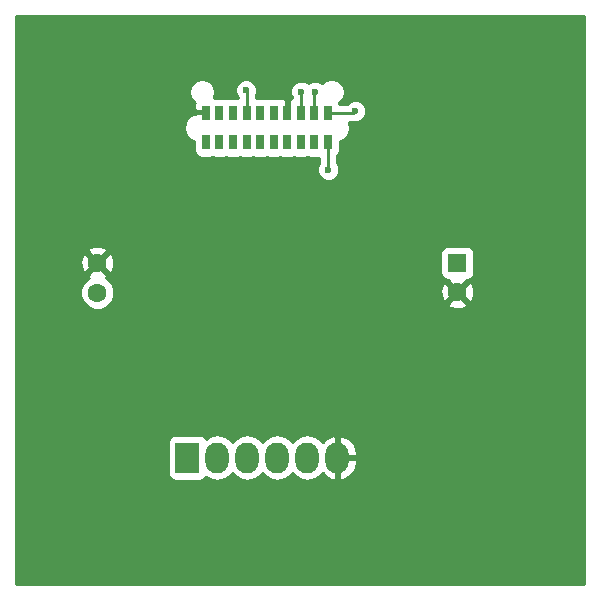
<source format=gbr>
G04 #@! TF.FileFunction,Copper,L2,Bot,Signal*
%FSLAX46Y46*%
G04 Gerber Fmt 4.6, Leading zero omitted, Abs format (unit mm)*
G04 Created by KiCad (PCBNEW 4.0.6) date 07/19/17 18:28:19*
%MOMM*%
%LPD*%
G01*
G04 APERTURE LIST*
%ADD10C,0.100000*%
%ADD11R,1.600000X1.600000*%
%ADD12C,1.600000*%
%ADD13R,2.000000X2.600000*%
%ADD14O,2.000000X2.600000*%
%ADD15R,0.650000X1.300000*%
%ADD16C,0.600000*%
%ADD17C,0.250000*%
%ADD18C,0.254000*%
G04 APERTURE END LIST*
D10*
D11*
X166370000Y-102870000D03*
D12*
X166370000Y-105370000D03*
X135890000Y-105410000D03*
X135890000Y-102910000D03*
D13*
X143510000Y-119380000D03*
D14*
X146050000Y-119380000D03*
X148590000Y-119380000D03*
X151130000Y-119380000D03*
X153670000Y-119380000D03*
X156210000Y-119380000D03*
D15*
X145066000Y-92690000D03*
X146216000Y-92690000D03*
X147366000Y-92690000D03*
X148516000Y-92690000D03*
X149666000Y-92690000D03*
X150816000Y-92690000D03*
X151966000Y-92690000D03*
X153116000Y-92690000D03*
X154266000Y-92690000D03*
X155416000Y-92690000D03*
X155416000Y-90190000D03*
X154266000Y-90190000D03*
X153116000Y-90190000D03*
X151966000Y-90190000D03*
X150816000Y-90190000D03*
X149666000Y-90190000D03*
X148516000Y-90190000D03*
X147366000Y-90190000D03*
X146216000Y-90190000D03*
X145066000Y-90190000D03*
D16*
X148463000Y-88265000D03*
X155448000Y-94996000D03*
X157734000Y-90043000D03*
X154305000Y-88392000D03*
X153162000Y-88392000D03*
D17*
X148516000Y-88318000D02*
X148516000Y-90190000D01*
X148516000Y-88318000D02*
X148463000Y-88265000D01*
X155416000Y-92690000D02*
X155416000Y-94964000D01*
X155416000Y-94964000D02*
X155448000Y-94996000D01*
X157587000Y-90190000D02*
X157734000Y-90043000D01*
X155416000Y-90190000D02*
X157587000Y-90190000D01*
X154266000Y-90190000D02*
X154266000Y-88431000D01*
X154266000Y-88431000D02*
X154305000Y-88392000D01*
X153116000Y-90190000D02*
X153116000Y-88438000D01*
X153116000Y-88438000D02*
X153162000Y-88392000D01*
D18*
G36*
X177090000Y-130100000D02*
X128980000Y-130100000D01*
X128980000Y-118080000D01*
X141862560Y-118080000D01*
X141862560Y-120680000D01*
X141906838Y-120915317D01*
X142045910Y-121131441D01*
X142258110Y-121276431D01*
X142510000Y-121327440D01*
X144510000Y-121327440D01*
X144745317Y-121283162D01*
X144961441Y-121144090D01*
X145066951Y-120989671D01*
X145424313Y-121228452D01*
X146050000Y-121352909D01*
X146675687Y-121228452D01*
X147206120Y-120874029D01*
X147320000Y-120703595D01*
X147433880Y-120874029D01*
X147964313Y-121228452D01*
X148590000Y-121352909D01*
X149215687Y-121228452D01*
X149746120Y-120874029D01*
X149860000Y-120703595D01*
X149973880Y-120874029D01*
X150504313Y-121228452D01*
X151130000Y-121352909D01*
X151755687Y-121228452D01*
X152286120Y-120874029D01*
X152400000Y-120703595D01*
X152513880Y-120874029D01*
X153044313Y-121228452D01*
X153670000Y-121352909D01*
X154295687Y-121228452D01*
X154826120Y-120874029D01*
X154953219Y-120683812D01*
X155143683Y-120925922D01*
X155701645Y-121239144D01*
X155829566Y-121270124D01*
X156083000Y-121150777D01*
X156083000Y-119507000D01*
X156337000Y-119507000D01*
X156337000Y-121150777D01*
X156590434Y-121270124D01*
X156718355Y-121239144D01*
X157276317Y-120925922D01*
X157671942Y-120423020D01*
X157845000Y-119807000D01*
X157845000Y-119507000D01*
X156337000Y-119507000D01*
X156083000Y-119507000D01*
X156063000Y-119507000D01*
X156063000Y-119253000D01*
X156083000Y-119253000D01*
X156083000Y-117609223D01*
X156337000Y-117609223D01*
X156337000Y-119253000D01*
X157845000Y-119253000D01*
X157845000Y-118953000D01*
X157671942Y-118336980D01*
X157276317Y-117834078D01*
X156718355Y-117520856D01*
X156590434Y-117489876D01*
X156337000Y-117609223D01*
X156083000Y-117609223D01*
X155829566Y-117489876D01*
X155701645Y-117520856D01*
X155143683Y-117834078D01*
X154953219Y-118076188D01*
X154826120Y-117885971D01*
X154295687Y-117531548D01*
X153670000Y-117407091D01*
X153044313Y-117531548D01*
X152513880Y-117885971D01*
X152400000Y-118056405D01*
X152286120Y-117885971D01*
X151755687Y-117531548D01*
X151130000Y-117407091D01*
X150504313Y-117531548D01*
X149973880Y-117885971D01*
X149860000Y-118056405D01*
X149746120Y-117885971D01*
X149215687Y-117531548D01*
X148590000Y-117407091D01*
X147964313Y-117531548D01*
X147433880Y-117885971D01*
X147320000Y-118056405D01*
X147206120Y-117885971D01*
X146675687Y-117531548D01*
X146050000Y-117407091D01*
X145424313Y-117531548D01*
X145065808Y-117771093D01*
X144974090Y-117628559D01*
X144761890Y-117483569D01*
X144510000Y-117432560D01*
X142510000Y-117432560D01*
X142274683Y-117476838D01*
X142058559Y-117615910D01*
X141913569Y-117828110D01*
X141862560Y-118080000D01*
X128980000Y-118080000D01*
X128980000Y-105694187D01*
X134454752Y-105694187D01*
X134672757Y-106221800D01*
X135076077Y-106625824D01*
X135603309Y-106844750D01*
X136174187Y-106845248D01*
X136701800Y-106627243D01*
X136951733Y-106377745D01*
X165541861Y-106377745D01*
X165615995Y-106623864D01*
X166153223Y-106816965D01*
X166723454Y-106789778D01*
X167124005Y-106623864D01*
X167198139Y-106377745D01*
X166370000Y-105549605D01*
X165541861Y-106377745D01*
X136951733Y-106377745D01*
X137105824Y-106223923D01*
X137324750Y-105696691D01*
X137325224Y-105153223D01*
X164923035Y-105153223D01*
X164950222Y-105723454D01*
X165116136Y-106124005D01*
X165362255Y-106198139D01*
X166190395Y-105370000D01*
X166549605Y-105370000D01*
X167377745Y-106198139D01*
X167623864Y-106124005D01*
X167816965Y-105586777D01*
X167789778Y-105016546D01*
X167623864Y-104615995D01*
X167377745Y-104541861D01*
X166549605Y-105370000D01*
X166190395Y-105370000D01*
X165362255Y-104541861D01*
X165116136Y-104615995D01*
X164923035Y-105153223D01*
X137325224Y-105153223D01*
X137325248Y-105125813D01*
X137107243Y-104598200D01*
X136703923Y-104194176D01*
X136637456Y-104166577D01*
X136644005Y-104163864D01*
X136718139Y-103917745D01*
X135890000Y-103089605D01*
X135061861Y-103917745D01*
X135135995Y-104163864D01*
X135142483Y-104166196D01*
X135078200Y-104192757D01*
X134674176Y-104596077D01*
X134455250Y-105123309D01*
X134454752Y-105694187D01*
X128980000Y-105694187D01*
X128980000Y-102693223D01*
X134443035Y-102693223D01*
X134470222Y-103263454D01*
X134636136Y-103664005D01*
X134882255Y-103738139D01*
X135710395Y-102910000D01*
X136069605Y-102910000D01*
X136897745Y-103738139D01*
X137143864Y-103664005D01*
X137336965Y-103126777D01*
X137309778Y-102556546D01*
X137143864Y-102155995D01*
X136897745Y-102081861D01*
X136069605Y-102910000D01*
X135710395Y-102910000D01*
X134882255Y-102081861D01*
X134636136Y-102155995D01*
X134443035Y-102693223D01*
X128980000Y-102693223D01*
X128980000Y-101902255D01*
X135061861Y-101902255D01*
X135890000Y-102730395D01*
X136550394Y-102070000D01*
X164922560Y-102070000D01*
X164922560Y-103670000D01*
X164966838Y-103905317D01*
X165105910Y-104121441D01*
X165318110Y-104266431D01*
X165556201Y-104314646D01*
X165541861Y-104362255D01*
X166370000Y-105190395D01*
X167198139Y-104362255D01*
X167183855Y-104314833D01*
X167405317Y-104273162D01*
X167621441Y-104134090D01*
X167766431Y-103921890D01*
X167817440Y-103670000D01*
X167817440Y-102070000D01*
X167773162Y-101834683D01*
X167634090Y-101618559D01*
X167421890Y-101473569D01*
X167170000Y-101422560D01*
X165570000Y-101422560D01*
X165334683Y-101466838D01*
X165118559Y-101605910D01*
X164973569Y-101818110D01*
X164922560Y-102070000D01*
X136550394Y-102070000D01*
X136718139Y-101902255D01*
X136644005Y-101656136D01*
X136106777Y-101463035D01*
X135536546Y-101490222D01*
X135135995Y-101656136D01*
X135061861Y-101902255D01*
X128980000Y-101902255D01*
X128980000Y-91440000D01*
X143221115Y-91440000D01*
X143315124Y-91912614D01*
X143582838Y-92313277D01*
X143983501Y-92580991D01*
X144093560Y-92602883D01*
X144093560Y-93340000D01*
X144137838Y-93575317D01*
X144276910Y-93791441D01*
X144489110Y-93936431D01*
X144741000Y-93987440D01*
X145391000Y-93987440D01*
X145626317Y-93943162D01*
X145637979Y-93935658D01*
X145639110Y-93936431D01*
X145891000Y-93987440D01*
X146541000Y-93987440D01*
X146776317Y-93943162D01*
X146787979Y-93935658D01*
X146789110Y-93936431D01*
X147041000Y-93987440D01*
X147691000Y-93987440D01*
X147926317Y-93943162D01*
X147937979Y-93935658D01*
X147939110Y-93936431D01*
X148191000Y-93987440D01*
X148841000Y-93987440D01*
X149076317Y-93943162D01*
X149087979Y-93935658D01*
X149089110Y-93936431D01*
X149341000Y-93987440D01*
X149991000Y-93987440D01*
X150226317Y-93943162D01*
X150237979Y-93935658D01*
X150239110Y-93936431D01*
X150491000Y-93987440D01*
X151141000Y-93987440D01*
X151376317Y-93943162D01*
X151387979Y-93935658D01*
X151389110Y-93936431D01*
X151641000Y-93987440D01*
X152291000Y-93987440D01*
X152526317Y-93943162D01*
X152537979Y-93935658D01*
X152539110Y-93936431D01*
X152791000Y-93987440D01*
X153441000Y-93987440D01*
X153676317Y-93943162D01*
X153687979Y-93935658D01*
X153689110Y-93936431D01*
X153941000Y-93987440D01*
X154591000Y-93987440D01*
X154656000Y-93975209D01*
X154656000Y-94465481D01*
X154655808Y-94465673D01*
X154513162Y-94809201D01*
X154512838Y-95181167D01*
X154654883Y-95524943D01*
X154917673Y-95788192D01*
X155261201Y-95930838D01*
X155633167Y-95931162D01*
X155976943Y-95789117D01*
X156240192Y-95526327D01*
X156382838Y-95182799D01*
X156383162Y-94810833D01*
X156241117Y-94467057D01*
X156176000Y-94401826D01*
X156176000Y-93814669D01*
X156192441Y-93804090D01*
X156337431Y-93591890D01*
X156388440Y-93340000D01*
X156388440Y-92602883D01*
X156498499Y-92580991D01*
X156899162Y-92313277D01*
X157166876Y-91912614D01*
X157260885Y-91440000D01*
X157166876Y-90967386D01*
X157155259Y-90950000D01*
X157480160Y-90950000D01*
X157547201Y-90977838D01*
X157919167Y-90978162D01*
X158262943Y-90836117D01*
X158526192Y-90573327D01*
X158668838Y-90229799D01*
X158669162Y-89857833D01*
X158527117Y-89514057D01*
X158264327Y-89250808D01*
X157920799Y-89108162D01*
X157548833Y-89107838D01*
X157205057Y-89249883D01*
X157024625Y-89430000D01*
X156367742Y-89430000D01*
X156345773Y-89313247D01*
X156504467Y-89207211D01*
X156739665Y-88855212D01*
X156822256Y-88440000D01*
X156739665Y-88024788D01*
X156504467Y-87672789D01*
X156152468Y-87437591D01*
X155737256Y-87355000D01*
X155694744Y-87355000D01*
X155279532Y-87437591D01*
X154927533Y-87672789D01*
X154919773Y-87684402D01*
X154835327Y-87599808D01*
X154491799Y-87457162D01*
X154119833Y-87456838D01*
X153776057Y-87598883D01*
X153733656Y-87641210D01*
X153692327Y-87599808D01*
X153348799Y-87457162D01*
X152976833Y-87456838D01*
X152633057Y-87598883D01*
X152369808Y-87861673D01*
X152227162Y-88205201D01*
X152226838Y-88577167D01*
X152356000Y-88889764D01*
X152356000Y-88905000D01*
X152251750Y-88905000D01*
X152093000Y-89063750D01*
X152093000Y-90063000D01*
X152113000Y-90063000D01*
X152113000Y-90205000D01*
X151819000Y-90205000D01*
X151819000Y-90063000D01*
X151839000Y-90063000D01*
X151839000Y-89063750D01*
X151680250Y-88905000D01*
X151514691Y-88905000D01*
X151403717Y-88950967D01*
X151392890Y-88943569D01*
X151141000Y-88892560D01*
X150491000Y-88892560D01*
X150255683Y-88936838D01*
X150244021Y-88944342D01*
X150242890Y-88943569D01*
X149991000Y-88892560D01*
X149341000Y-88892560D01*
X149276000Y-88904791D01*
X149276000Y-88745216D01*
X149397838Y-88451799D01*
X149398162Y-88079833D01*
X149256117Y-87736057D01*
X148993327Y-87472808D01*
X148649799Y-87330162D01*
X148277833Y-87329838D01*
X147934057Y-87471883D01*
X147670808Y-87734673D01*
X147528162Y-88078201D01*
X147527838Y-88450167D01*
X147669883Y-88793943D01*
X147756000Y-88880210D01*
X147756000Y-88905723D01*
X147691000Y-88892560D01*
X147041000Y-88892560D01*
X146805683Y-88936838D01*
X146794021Y-88944342D01*
X146792890Y-88943569D01*
X146541000Y-88892560D01*
X145891000Y-88892560D01*
X145746549Y-88919740D01*
X145789665Y-88855212D01*
X145872256Y-88440000D01*
X145789665Y-88024788D01*
X145554467Y-87672789D01*
X145202468Y-87437591D01*
X144787256Y-87355000D01*
X144744744Y-87355000D01*
X144329532Y-87437591D01*
X143977533Y-87672789D01*
X143742335Y-88024788D01*
X143659744Y-88440000D01*
X143742335Y-88855212D01*
X143977533Y-89207211D01*
X144145139Y-89319201D01*
X144106000Y-89413690D01*
X144106000Y-89904250D01*
X144264750Y-90063000D01*
X144939000Y-90063000D01*
X144939000Y-90043000D01*
X145193000Y-90043000D01*
X145193000Y-90063000D01*
X145213000Y-90063000D01*
X145213000Y-90205000D01*
X144456115Y-90205000D01*
X143983501Y-90299009D01*
X143582838Y-90566723D01*
X143315124Y-90967386D01*
X143221115Y-91440000D01*
X128980000Y-91440000D01*
X128980000Y-81990000D01*
X177090000Y-81990000D01*
X177090000Y-130100000D01*
X177090000Y-130100000D01*
G37*
X177090000Y-130100000D02*
X128980000Y-130100000D01*
X128980000Y-118080000D01*
X141862560Y-118080000D01*
X141862560Y-120680000D01*
X141906838Y-120915317D01*
X142045910Y-121131441D01*
X142258110Y-121276431D01*
X142510000Y-121327440D01*
X144510000Y-121327440D01*
X144745317Y-121283162D01*
X144961441Y-121144090D01*
X145066951Y-120989671D01*
X145424313Y-121228452D01*
X146050000Y-121352909D01*
X146675687Y-121228452D01*
X147206120Y-120874029D01*
X147320000Y-120703595D01*
X147433880Y-120874029D01*
X147964313Y-121228452D01*
X148590000Y-121352909D01*
X149215687Y-121228452D01*
X149746120Y-120874029D01*
X149860000Y-120703595D01*
X149973880Y-120874029D01*
X150504313Y-121228452D01*
X151130000Y-121352909D01*
X151755687Y-121228452D01*
X152286120Y-120874029D01*
X152400000Y-120703595D01*
X152513880Y-120874029D01*
X153044313Y-121228452D01*
X153670000Y-121352909D01*
X154295687Y-121228452D01*
X154826120Y-120874029D01*
X154953219Y-120683812D01*
X155143683Y-120925922D01*
X155701645Y-121239144D01*
X155829566Y-121270124D01*
X156083000Y-121150777D01*
X156083000Y-119507000D01*
X156337000Y-119507000D01*
X156337000Y-121150777D01*
X156590434Y-121270124D01*
X156718355Y-121239144D01*
X157276317Y-120925922D01*
X157671942Y-120423020D01*
X157845000Y-119807000D01*
X157845000Y-119507000D01*
X156337000Y-119507000D01*
X156083000Y-119507000D01*
X156063000Y-119507000D01*
X156063000Y-119253000D01*
X156083000Y-119253000D01*
X156083000Y-117609223D01*
X156337000Y-117609223D01*
X156337000Y-119253000D01*
X157845000Y-119253000D01*
X157845000Y-118953000D01*
X157671942Y-118336980D01*
X157276317Y-117834078D01*
X156718355Y-117520856D01*
X156590434Y-117489876D01*
X156337000Y-117609223D01*
X156083000Y-117609223D01*
X155829566Y-117489876D01*
X155701645Y-117520856D01*
X155143683Y-117834078D01*
X154953219Y-118076188D01*
X154826120Y-117885971D01*
X154295687Y-117531548D01*
X153670000Y-117407091D01*
X153044313Y-117531548D01*
X152513880Y-117885971D01*
X152400000Y-118056405D01*
X152286120Y-117885971D01*
X151755687Y-117531548D01*
X151130000Y-117407091D01*
X150504313Y-117531548D01*
X149973880Y-117885971D01*
X149860000Y-118056405D01*
X149746120Y-117885971D01*
X149215687Y-117531548D01*
X148590000Y-117407091D01*
X147964313Y-117531548D01*
X147433880Y-117885971D01*
X147320000Y-118056405D01*
X147206120Y-117885971D01*
X146675687Y-117531548D01*
X146050000Y-117407091D01*
X145424313Y-117531548D01*
X145065808Y-117771093D01*
X144974090Y-117628559D01*
X144761890Y-117483569D01*
X144510000Y-117432560D01*
X142510000Y-117432560D01*
X142274683Y-117476838D01*
X142058559Y-117615910D01*
X141913569Y-117828110D01*
X141862560Y-118080000D01*
X128980000Y-118080000D01*
X128980000Y-105694187D01*
X134454752Y-105694187D01*
X134672757Y-106221800D01*
X135076077Y-106625824D01*
X135603309Y-106844750D01*
X136174187Y-106845248D01*
X136701800Y-106627243D01*
X136951733Y-106377745D01*
X165541861Y-106377745D01*
X165615995Y-106623864D01*
X166153223Y-106816965D01*
X166723454Y-106789778D01*
X167124005Y-106623864D01*
X167198139Y-106377745D01*
X166370000Y-105549605D01*
X165541861Y-106377745D01*
X136951733Y-106377745D01*
X137105824Y-106223923D01*
X137324750Y-105696691D01*
X137325224Y-105153223D01*
X164923035Y-105153223D01*
X164950222Y-105723454D01*
X165116136Y-106124005D01*
X165362255Y-106198139D01*
X166190395Y-105370000D01*
X166549605Y-105370000D01*
X167377745Y-106198139D01*
X167623864Y-106124005D01*
X167816965Y-105586777D01*
X167789778Y-105016546D01*
X167623864Y-104615995D01*
X167377745Y-104541861D01*
X166549605Y-105370000D01*
X166190395Y-105370000D01*
X165362255Y-104541861D01*
X165116136Y-104615995D01*
X164923035Y-105153223D01*
X137325224Y-105153223D01*
X137325248Y-105125813D01*
X137107243Y-104598200D01*
X136703923Y-104194176D01*
X136637456Y-104166577D01*
X136644005Y-104163864D01*
X136718139Y-103917745D01*
X135890000Y-103089605D01*
X135061861Y-103917745D01*
X135135995Y-104163864D01*
X135142483Y-104166196D01*
X135078200Y-104192757D01*
X134674176Y-104596077D01*
X134455250Y-105123309D01*
X134454752Y-105694187D01*
X128980000Y-105694187D01*
X128980000Y-102693223D01*
X134443035Y-102693223D01*
X134470222Y-103263454D01*
X134636136Y-103664005D01*
X134882255Y-103738139D01*
X135710395Y-102910000D01*
X136069605Y-102910000D01*
X136897745Y-103738139D01*
X137143864Y-103664005D01*
X137336965Y-103126777D01*
X137309778Y-102556546D01*
X137143864Y-102155995D01*
X136897745Y-102081861D01*
X136069605Y-102910000D01*
X135710395Y-102910000D01*
X134882255Y-102081861D01*
X134636136Y-102155995D01*
X134443035Y-102693223D01*
X128980000Y-102693223D01*
X128980000Y-101902255D01*
X135061861Y-101902255D01*
X135890000Y-102730395D01*
X136550394Y-102070000D01*
X164922560Y-102070000D01*
X164922560Y-103670000D01*
X164966838Y-103905317D01*
X165105910Y-104121441D01*
X165318110Y-104266431D01*
X165556201Y-104314646D01*
X165541861Y-104362255D01*
X166370000Y-105190395D01*
X167198139Y-104362255D01*
X167183855Y-104314833D01*
X167405317Y-104273162D01*
X167621441Y-104134090D01*
X167766431Y-103921890D01*
X167817440Y-103670000D01*
X167817440Y-102070000D01*
X167773162Y-101834683D01*
X167634090Y-101618559D01*
X167421890Y-101473569D01*
X167170000Y-101422560D01*
X165570000Y-101422560D01*
X165334683Y-101466838D01*
X165118559Y-101605910D01*
X164973569Y-101818110D01*
X164922560Y-102070000D01*
X136550394Y-102070000D01*
X136718139Y-101902255D01*
X136644005Y-101656136D01*
X136106777Y-101463035D01*
X135536546Y-101490222D01*
X135135995Y-101656136D01*
X135061861Y-101902255D01*
X128980000Y-101902255D01*
X128980000Y-91440000D01*
X143221115Y-91440000D01*
X143315124Y-91912614D01*
X143582838Y-92313277D01*
X143983501Y-92580991D01*
X144093560Y-92602883D01*
X144093560Y-93340000D01*
X144137838Y-93575317D01*
X144276910Y-93791441D01*
X144489110Y-93936431D01*
X144741000Y-93987440D01*
X145391000Y-93987440D01*
X145626317Y-93943162D01*
X145637979Y-93935658D01*
X145639110Y-93936431D01*
X145891000Y-93987440D01*
X146541000Y-93987440D01*
X146776317Y-93943162D01*
X146787979Y-93935658D01*
X146789110Y-93936431D01*
X147041000Y-93987440D01*
X147691000Y-93987440D01*
X147926317Y-93943162D01*
X147937979Y-93935658D01*
X147939110Y-93936431D01*
X148191000Y-93987440D01*
X148841000Y-93987440D01*
X149076317Y-93943162D01*
X149087979Y-93935658D01*
X149089110Y-93936431D01*
X149341000Y-93987440D01*
X149991000Y-93987440D01*
X150226317Y-93943162D01*
X150237979Y-93935658D01*
X150239110Y-93936431D01*
X150491000Y-93987440D01*
X151141000Y-93987440D01*
X151376317Y-93943162D01*
X151387979Y-93935658D01*
X151389110Y-93936431D01*
X151641000Y-93987440D01*
X152291000Y-93987440D01*
X152526317Y-93943162D01*
X152537979Y-93935658D01*
X152539110Y-93936431D01*
X152791000Y-93987440D01*
X153441000Y-93987440D01*
X153676317Y-93943162D01*
X153687979Y-93935658D01*
X153689110Y-93936431D01*
X153941000Y-93987440D01*
X154591000Y-93987440D01*
X154656000Y-93975209D01*
X154656000Y-94465481D01*
X154655808Y-94465673D01*
X154513162Y-94809201D01*
X154512838Y-95181167D01*
X154654883Y-95524943D01*
X154917673Y-95788192D01*
X155261201Y-95930838D01*
X155633167Y-95931162D01*
X155976943Y-95789117D01*
X156240192Y-95526327D01*
X156382838Y-95182799D01*
X156383162Y-94810833D01*
X156241117Y-94467057D01*
X156176000Y-94401826D01*
X156176000Y-93814669D01*
X156192441Y-93804090D01*
X156337431Y-93591890D01*
X156388440Y-93340000D01*
X156388440Y-92602883D01*
X156498499Y-92580991D01*
X156899162Y-92313277D01*
X157166876Y-91912614D01*
X157260885Y-91440000D01*
X157166876Y-90967386D01*
X157155259Y-90950000D01*
X157480160Y-90950000D01*
X157547201Y-90977838D01*
X157919167Y-90978162D01*
X158262943Y-90836117D01*
X158526192Y-90573327D01*
X158668838Y-90229799D01*
X158669162Y-89857833D01*
X158527117Y-89514057D01*
X158264327Y-89250808D01*
X157920799Y-89108162D01*
X157548833Y-89107838D01*
X157205057Y-89249883D01*
X157024625Y-89430000D01*
X156367742Y-89430000D01*
X156345773Y-89313247D01*
X156504467Y-89207211D01*
X156739665Y-88855212D01*
X156822256Y-88440000D01*
X156739665Y-88024788D01*
X156504467Y-87672789D01*
X156152468Y-87437591D01*
X155737256Y-87355000D01*
X155694744Y-87355000D01*
X155279532Y-87437591D01*
X154927533Y-87672789D01*
X154919773Y-87684402D01*
X154835327Y-87599808D01*
X154491799Y-87457162D01*
X154119833Y-87456838D01*
X153776057Y-87598883D01*
X153733656Y-87641210D01*
X153692327Y-87599808D01*
X153348799Y-87457162D01*
X152976833Y-87456838D01*
X152633057Y-87598883D01*
X152369808Y-87861673D01*
X152227162Y-88205201D01*
X152226838Y-88577167D01*
X152356000Y-88889764D01*
X152356000Y-88905000D01*
X152251750Y-88905000D01*
X152093000Y-89063750D01*
X152093000Y-90063000D01*
X152113000Y-90063000D01*
X152113000Y-90205000D01*
X151819000Y-90205000D01*
X151819000Y-90063000D01*
X151839000Y-90063000D01*
X151839000Y-89063750D01*
X151680250Y-88905000D01*
X151514691Y-88905000D01*
X151403717Y-88950967D01*
X151392890Y-88943569D01*
X151141000Y-88892560D01*
X150491000Y-88892560D01*
X150255683Y-88936838D01*
X150244021Y-88944342D01*
X150242890Y-88943569D01*
X149991000Y-88892560D01*
X149341000Y-88892560D01*
X149276000Y-88904791D01*
X149276000Y-88745216D01*
X149397838Y-88451799D01*
X149398162Y-88079833D01*
X149256117Y-87736057D01*
X148993327Y-87472808D01*
X148649799Y-87330162D01*
X148277833Y-87329838D01*
X147934057Y-87471883D01*
X147670808Y-87734673D01*
X147528162Y-88078201D01*
X147527838Y-88450167D01*
X147669883Y-88793943D01*
X147756000Y-88880210D01*
X147756000Y-88905723D01*
X147691000Y-88892560D01*
X147041000Y-88892560D01*
X146805683Y-88936838D01*
X146794021Y-88944342D01*
X146792890Y-88943569D01*
X146541000Y-88892560D01*
X145891000Y-88892560D01*
X145746549Y-88919740D01*
X145789665Y-88855212D01*
X145872256Y-88440000D01*
X145789665Y-88024788D01*
X145554467Y-87672789D01*
X145202468Y-87437591D01*
X144787256Y-87355000D01*
X144744744Y-87355000D01*
X144329532Y-87437591D01*
X143977533Y-87672789D01*
X143742335Y-88024788D01*
X143659744Y-88440000D01*
X143742335Y-88855212D01*
X143977533Y-89207211D01*
X144145139Y-89319201D01*
X144106000Y-89413690D01*
X144106000Y-89904250D01*
X144264750Y-90063000D01*
X144939000Y-90063000D01*
X144939000Y-90043000D01*
X145193000Y-90043000D01*
X145193000Y-90063000D01*
X145213000Y-90063000D01*
X145213000Y-90205000D01*
X144456115Y-90205000D01*
X143983501Y-90299009D01*
X143582838Y-90566723D01*
X143315124Y-90967386D01*
X143221115Y-91440000D01*
X128980000Y-91440000D01*
X128980000Y-81990000D01*
X177090000Y-81990000D01*
X177090000Y-130100000D01*
M02*

</source>
